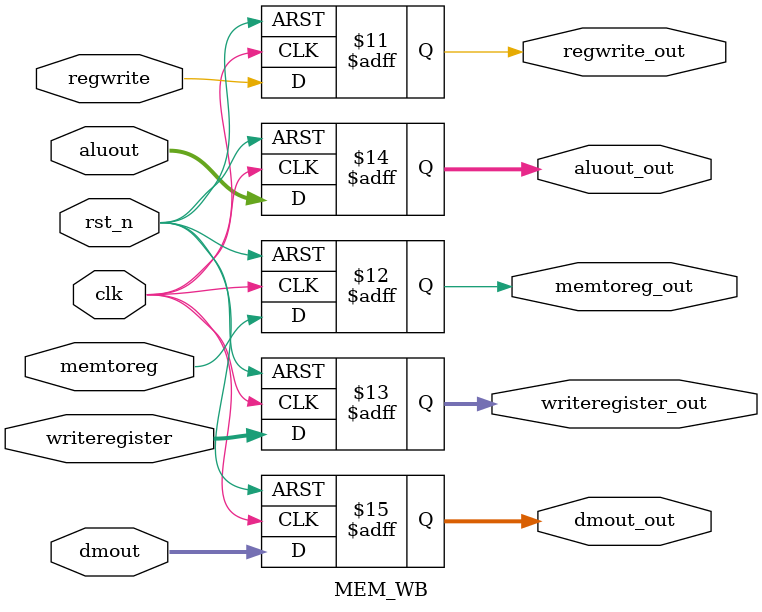
<source format=v>
module MEM_WB (
    clk,
    rst_n,
    dmout,
    aluout,
    writeregister,
    memtoreg,
    regwrite,
    dmout_out, 
    aluout_out, 
    writeregister_out, 
    memtoreg_out, 
    regwrite_out
);
input clk, rst_n;
input memtoreg,regwrite;
input [4:0]writeregister;
input [63:0]dmout,aluout;
output reg  memtoreg_out, regwrite_out;
output reg [63:0]dmout_out,aluout_out;
output reg [4:0]writeregister_out;
always@(posedge clk or negedge rst_n)begin
    if(!rst_n) dmout_out<=64'b0;
    else dmout_out<=dmout;
end
always@(posedge clk or negedge rst_n)begin
    if(!rst_n) aluout_out<=64'b0;
    else aluout_out<=aluout;
end
always@(posedge clk or negedge rst_n)begin
    if(!rst_n) writeregister_out<=4'b0;
    else writeregister_out<=writeregister;
end
always@(posedge clk or negedge rst_n)begin
    if(!rst_n) memtoreg_out<=1'b0;
    else memtoreg_out<=memtoreg;
end
always@(posedge clk or negedge rst_n)begin
    if(!rst_n) regwrite_out<=1'b0;
    else regwrite_out<=regwrite;
end
endmodule
</source>
